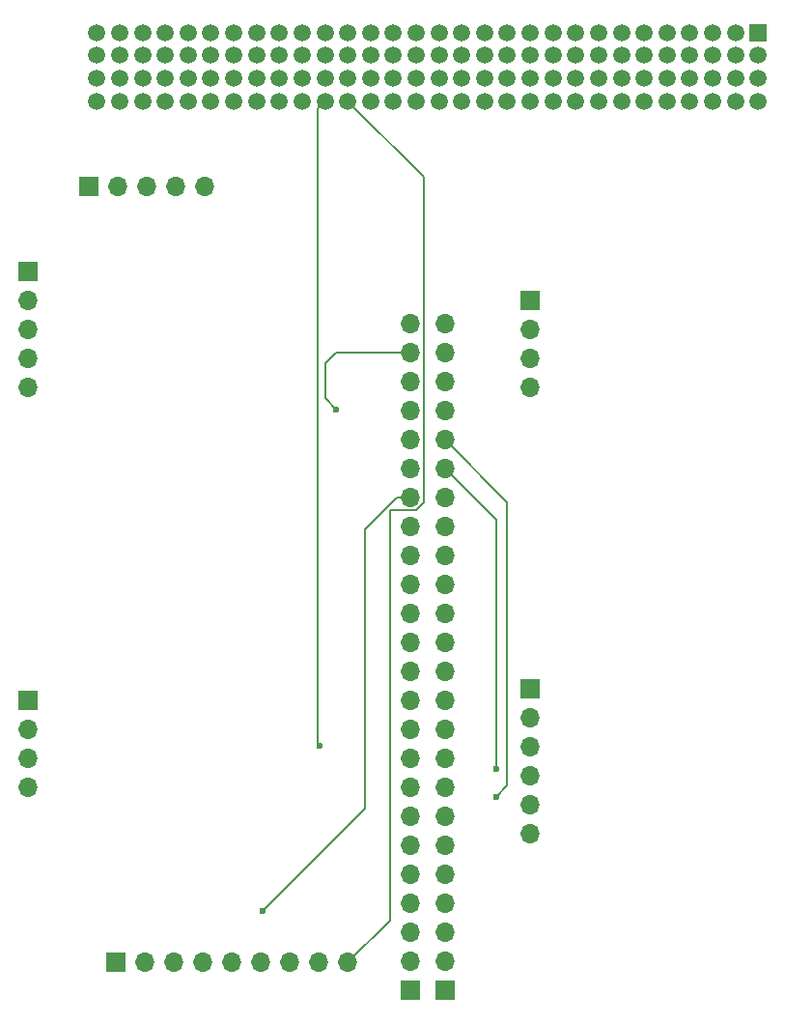
<source format=gbr>
%TF.GenerationSoftware,KiCad,Pcbnew,8.0.0*%
%TF.CreationDate,2025-01-16T15:15:28+02:00*%
%TF.ProjectId,diplomna_2024_sensors_pcb_layout,6469706c-6f6d-46e6-915f-323032345f73,rev?*%
%TF.SameCoordinates,Original*%
%TF.FileFunction,Copper,L3,Inr*%
%TF.FilePolarity,Positive*%
%FSLAX46Y46*%
G04 Gerber Fmt 4.6, Leading zero omitted, Abs format (unit mm)*
G04 Created by KiCad (PCBNEW 8.0.0) date 2025-01-16 15:15:28*
%MOMM*%
%LPD*%
G01*
G04 APERTURE LIST*
%TA.AperFunction,ComponentPad*%
%ADD10R,1.700000X1.700000*%
%TD*%
%TA.AperFunction,ComponentPad*%
%ADD11O,1.700000X1.700000*%
%TD*%
%TA.AperFunction,ComponentPad*%
%ADD12R,1.500000X1.500000*%
%TD*%
%TA.AperFunction,ComponentPad*%
%ADD13C,1.500000*%
%TD*%
%TA.AperFunction,ViaPad*%
%ADD14C,0.600000*%
%TD*%
%TA.AperFunction,Conductor*%
%ADD15C,0.200000*%
%TD*%
G04 APERTURE END LIST*
D10*
%TO.N,VIN*%
%TO.C,REF\u002A\u002A*%
X174340000Y-68000000D03*
D11*
%TO.N,GND*%
X176880000Y-68000000D03*
%TO.N,SQW*%
X179420000Y-68000000D03*
%TO.N,SCL*%
X181960000Y-68000000D03*
%TO.N,SDA*%
X184500000Y-68000000D03*
%TD*%
D10*
%TO.N,GND*%
%TO.C,REF\u002A\u002A*%
X213000000Y-112000000D03*
D11*
%TO.N,VIN*%
X213000000Y-114540000D03*
%TO.N,miso*%
X213000000Y-117080000D03*
%TO.N,mosi*%
X213000000Y-119620000D03*
%TO.N,sck*%
X213000000Y-122160000D03*
%TO.N,cs*%
X213000000Y-124700000D03*
%TD*%
D10*
%TO.N,N/C*%
%TO.C,REF\u002A\u002A*%
X202500000Y-138400000D03*
D11*
X202500000Y-135860000D03*
X202500000Y-133320000D03*
X202500000Y-130780000D03*
X202500000Y-128240000D03*
X202500000Y-125700000D03*
X202500000Y-123160000D03*
X202500000Y-120620000D03*
X202500000Y-118080000D03*
X202500000Y-115540000D03*
X202500000Y-113000000D03*
%TO.N,cs*%
X202500000Y-110460000D03*
X202500000Y-107920000D03*
%TO.N,N/C*%
X202500000Y-105380000D03*
X202500000Y-102840000D03*
X202500000Y-100300000D03*
X202500000Y-97760000D03*
%TO.N,miso*%
X202500000Y-95220000D03*
%TO.N,mosi*%
X202500000Y-92680000D03*
%TO.N,sck*%
X202500000Y-90140000D03*
%TO.N,N/C*%
X202500000Y-87600000D03*
%TO.N,SDA*%
X202500000Y-85060000D03*
%TO.N,SCL*%
X202500000Y-82520000D03*
%TO.N,N/C*%
X202500000Y-79980000D03*
%TD*%
D10*
%TO.N,VIN*%
%TO.C,REF\u002A\u002A*%
X169000000Y-75460000D03*
D11*
%TO.N,N/C*%
X169000000Y-78000000D03*
%TO.N,GND*%
X169000000Y-80540000D03*
%TO.N,SCL*%
X169000000Y-83080000D03*
%TO.N,SDA*%
X169000000Y-85620000D03*
%TD*%
D10*
%TO.N,N/C*%
%TO.C,REF\u002A\u002A*%
X205500000Y-138400000D03*
D11*
X205500000Y-135860000D03*
X205500000Y-133320000D03*
X205500000Y-130780000D03*
X205500000Y-128240000D03*
X205500000Y-125700000D03*
X205500000Y-123160000D03*
X205500000Y-120620000D03*
X205500000Y-118080000D03*
X205500000Y-115540000D03*
X205500000Y-113000000D03*
%TO.N,cs*%
X205500000Y-110460000D03*
X205500000Y-107920000D03*
%TO.N,N/C*%
X205500000Y-105380000D03*
X205500000Y-102840000D03*
X205500000Y-100300000D03*
X205500000Y-97760000D03*
%TO.N,miso*%
X205500000Y-95220000D03*
%TO.N,mosi*%
X205500000Y-92680000D03*
%TO.N,sck*%
X205500000Y-90140000D03*
%TO.N,N/C*%
X205500000Y-87600000D03*
%TO.N,SDA*%
X205500000Y-85060000D03*
%TO.N,SCL*%
X205500000Y-82520000D03*
%TO.N,N/C*%
X205500000Y-79980000D03*
%TD*%
D10*
%TO.N,VIN*%
%TO.C,REF\u002A\u002A*%
X176680000Y-136000000D03*
D11*
%TO.N,GND*%
X179220000Y-136000000D03*
%TO.N,EN*%
X181760000Y-136000000D03*
%TO.N,N/C*%
X184300000Y-136000000D03*
%TO.N,sck*%
X186840000Y-136000000D03*
%TO.N,miso*%
X189380000Y-136000000D03*
%TO.N,mosi*%
X191920000Y-136000000D03*
%TO.N,cs*%
X194460000Y-136000000D03*
%TO.N,RST*%
X197000000Y-136000000D03*
%TD*%
D10*
%TO.N,VIN*%
%TO.C,REF\u002A\u002A*%
X169000000Y-113000000D03*
D11*
%TO.N,GND*%
X169000000Y-115540000D03*
%TO.N,SCL*%
X169000000Y-118080000D03*
%TO.N,SDA*%
X169000000Y-120620000D03*
%TD*%
D10*
%TO.N,GND*%
%TO.C,REF\u002A\u002A*%
X213000000Y-77960000D03*
D11*
%TO.N,TX*%
X213000000Y-80500000D03*
%TO.N,RX*%
X213000000Y-83040000D03*
%TO.N,VIN*%
X213000000Y-85580000D03*
%TD*%
D12*
%TO.N,N/C*%
%TO.C,J\u002A\u002A*%
X233000000Y-54500000D03*
D13*
X231000000Y-54500000D03*
X229000000Y-54500000D03*
X227000000Y-54500000D03*
X225000000Y-54500000D03*
X223000000Y-54500000D03*
X221000000Y-54500000D03*
X219000000Y-54500000D03*
X217000000Y-54500000D03*
X215000000Y-54500000D03*
X213000000Y-54500000D03*
X211000000Y-54500000D03*
X209000000Y-54500000D03*
X207000000Y-54500000D03*
X205000000Y-54500000D03*
X203000000Y-54500000D03*
X201000000Y-54500000D03*
X199000000Y-54500000D03*
X197000000Y-54500000D03*
X195000000Y-54500000D03*
X193000000Y-54500000D03*
X191000000Y-54500000D03*
X189000000Y-54500000D03*
X187000000Y-54500000D03*
X185000000Y-54500000D03*
X183000000Y-54500000D03*
X181000000Y-54500000D03*
X179000000Y-54500000D03*
X177000000Y-54500000D03*
X175000000Y-54500000D03*
X233000000Y-56500000D03*
X231000000Y-56500000D03*
X229000000Y-56500000D03*
X227000000Y-56500000D03*
X225000000Y-56500000D03*
X223000000Y-56500000D03*
X221000000Y-56500000D03*
X219000000Y-56500000D03*
X217000000Y-56500000D03*
X215000000Y-56500000D03*
X213000000Y-56500000D03*
X211000000Y-56500000D03*
X209000000Y-56500000D03*
X207000000Y-56500000D03*
X205000000Y-56500000D03*
X203000000Y-56500000D03*
X201000000Y-56500000D03*
X199000000Y-56500000D03*
X197000000Y-56500000D03*
X195000000Y-56500000D03*
X193000000Y-56500000D03*
X191000000Y-56500000D03*
X189000000Y-56500000D03*
X187000000Y-56500000D03*
X185000000Y-56500000D03*
X183000000Y-56500000D03*
X181000000Y-56500000D03*
X179000000Y-56500000D03*
X177000000Y-56500000D03*
X175000000Y-56500000D03*
X233000000Y-58500000D03*
X231000000Y-58500000D03*
X229000000Y-58500000D03*
X227000000Y-58500000D03*
X225000000Y-58500000D03*
X223000000Y-58500000D03*
X221000000Y-58500000D03*
X219000000Y-58500000D03*
X217000000Y-58500000D03*
X215000000Y-58500000D03*
X213000000Y-58500000D03*
X211000000Y-58500000D03*
X209000000Y-58500000D03*
X207000000Y-58500000D03*
X205000000Y-58500000D03*
X203000000Y-58500000D03*
X201000000Y-58500000D03*
X199000000Y-58500000D03*
X197000000Y-58500000D03*
X195000000Y-58500000D03*
X193000000Y-58500000D03*
X191000000Y-58500000D03*
X189000000Y-58500000D03*
X187000000Y-58500000D03*
X185000000Y-58500000D03*
X183000000Y-58500000D03*
X181000000Y-58500000D03*
X179000000Y-58500000D03*
X177000000Y-58500000D03*
%TO.N,VIN*%
X175000000Y-58500000D03*
%TO.N,N/C*%
X233000000Y-60500000D03*
X231000000Y-60500000D03*
X229000000Y-60500000D03*
X227000000Y-60500000D03*
X225000000Y-60500000D03*
X223000000Y-60500000D03*
X221000000Y-60500000D03*
X219000000Y-60500000D03*
X217000000Y-60500000D03*
X215000000Y-60500000D03*
X213000000Y-60500000D03*
X211000000Y-60500000D03*
X209000000Y-60500000D03*
X207000000Y-60500000D03*
X205000000Y-60500000D03*
X203000000Y-60500000D03*
X201000000Y-60500000D03*
X199000000Y-60500000D03*
%TO.N,RST*%
X197000000Y-60500000D03*
%TO.N,cs*%
X195000000Y-60500000D03*
%TO.N,N/C*%
X193000000Y-60500000D03*
X191000000Y-60500000D03*
X189000000Y-60500000D03*
%TO.N,TX*%
X187000000Y-60500000D03*
%TO.N,RX*%
X185000000Y-60500000D03*
%TO.N,SQW*%
X183000000Y-60500000D03*
%TO.N,N/C*%
X181000000Y-60500000D03*
X179000000Y-60500000D03*
X177000000Y-60500000D03*
%TO.N,VIN*%
X175000000Y-60500000D03*
%TD*%
D14*
%TO.N,SCL*%
X196000000Y-87500000D03*
%TO.N,miso*%
X189500000Y-131500000D03*
%TO.N,mosi*%
X210000000Y-119000000D03*
%TO.N,cs*%
X194500000Y-117000000D03*
%TO.N,sck*%
X210000000Y-121500000D03*
%TD*%
D15*
%TO.N,SCL*%
X195980000Y-82520000D02*
X202500000Y-82520000D01*
X195000000Y-83500000D02*
X195980000Y-82520000D01*
X195000000Y-86500000D02*
X195000000Y-83500000D01*
X196000000Y-87500000D02*
X195000000Y-86500000D01*
%TO.N,miso*%
X198500000Y-122500000D02*
X198500000Y-98000000D01*
X189500000Y-131500000D02*
X198500000Y-122500000D01*
X198500000Y-98000000D02*
X201280000Y-95220000D01*
X201280000Y-95220000D02*
X202500000Y-95220000D01*
%TO.N,mosi*%
X210000000Y-119000000D02*
X210000000Y-97180000D01*
X210000000Y-97180000D02*
X205500000Y-92680000D01*
%TO.N,cs*%
X194400000Y-61100000D02*
X195000000Y-60500000D01*
X194400000Y-116900000D02*
X194400000Y-61100000D01*
X194500000Y-117000000D02*
X194400000Y-116900000D01*
%TO.N,sck*%
X210000000Y-121500000D02*
X211000000Y-120500000D01*
X211000000Y-95640000D02*
X205500000Y-90140000D01*
X211000000Y-120500000D02*
X211000000Y-95640000D01*
%TO.N,RST*%
X202976346Y-96370000D02*
X200695686Y-96370000D01*
X200695686Y-132304314D02*
X197000000Y-136000000D01*
X197000000Y-60500000D02*
X203650000Y-67150000D01*
X203650000Y-67150000D02*
X203650000Y-95696346D01*
X200695686Y-96370000D02*
X200695686Y-132304314D01*
X203650000Y-95696346D02*
X202976346Y-96370000D01*
%TD*%
M02*

</source>
